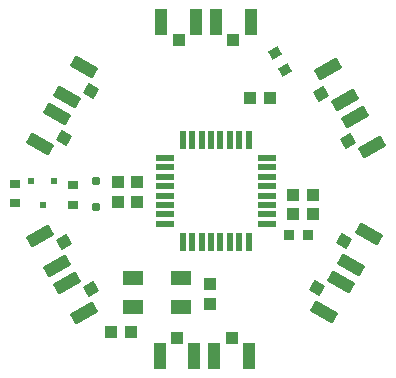
<source format=gtp>
G04*
G04 #@! TF.GenerationSoftware,Altium Limited,Altium Designer,21.9.1 (22)*
G04*
G04 Layer_Color=8421504*
%FSLAX44Y44*%
%MOMM*%
G71*
G04*
G04 #@! TF.SameCoordinates,043B7ADD-777D-4B4F-A2BF-0A1D89707C51*
G04*
G04*
G04 #@! TF.FilePolarity,Positive*
G04*
G01*
G75*
%ADD16R,1.5000X0.5500*%
%ADD17R,0.5500X1.5000*%
%ADD18R,1.1000X1.0000*%
%ADD19R,1.0500X2.2000*%
%ADD20R,1.0000X1.0500*%
G04:AMPARAMS|DCode=21|XSize=1.05mm|YSize=2.2mm|CornerRadius=0mm|HoleSize=0mm|Usage=FLASHONLY|Rotation=120.000|XOffset=0mm|YOffset=0mm|HoleType=Round|Shape=Rectangle|*
%AMROTATEDRECTD21*
4,1,4,1.2151,0.0953,-0.6901,-1.0047,-1.2151,-0.0953,0.6901,1.0047,1.2151,0.0953,0.0*
%
%ADD21ROTATEDRECTD21*%

G04:AMPARAMS|DCode=22|XSize=1mm|YSize=1.05mm|CornerRadius=0mm|HoleSize=0mm|Usage=FLASHONLY|Rotation=120.000|XOffset=0mm|YOffset=0mm|HoleType=Round|Shape=Rectangle|*
%AMROTATEDRECTD22*
4,1,4,0.7047,-0.1705,-0.2047,-0.6955,-0.7047,0.1705,0.2047,0.6955,0.7047,-0.1705,0.0*
%
%ADD22ROTATEDRECTD22*%

G04:AMPARAMS|DCode=23|XSize=1.05mm|YSize=2.2mm|CornerRadius=0mm|HoleSize=0mm|Usage=FLASHONLY|Rotation=240.000|XOffset=0mm|YOffset=0mm|HoleType=Round|Shape=Rectangle|*
%AMROTATEDRECTD23*
4,1,4,-0.6901,1.0047,1.2151,-0.0953,0.6901,-1.0047,-1.2151,0.0953,-0.6901,1.0047,0.0*
%
%ADD23ROTATEDRECTD23*%

G04:AMPARAMS|DCode=24|XSize=1mm|YSize=1.05mm|CornerRadius=0mm|HoleSize=0mm|Usage=FLASHONLY|Rotation=240.000|XOffset=0mm|YOffset=0mm|HoleType=Round|Shape=Rectangle|*
%AMROTATEDRECTD24*
4,1,4,-0.2047,0.6955,0.7047,0.1705,0.2047,-0.6955,-0.7047,-0.1705,-0.2047,0.6955,0.0*
%
%ADD24ROTATEDRECTD24*%

G04:AMPARAMS|DCode=25|XSize=0.79mm|YSize=0.93mm|CornerRadius=0mm|HoleSize=0mm|Usage=FLASHONLY|Rotation=300.000|XOffset=0mm|YOffset=0mm|HoleType=Round|Shape=Rectangle|*
%AMROTATEDRECTD25*
4,1,4,-0.6002,0.1096,0.2052,0.5746,0.6002,-0.1096,-0.2052,-0.5746,-0.6002,0.1096,0.0*
%
%ADD25ROTATEDRECTD25*%

%ADD26R,0.9000X0.9700*%
%ADD27R,1.0000X1.1000*%
%ADD28R,0.9300X0.7900*%
G04:AMPARAMS|DCode=29|XSize=0.6mm|YSize=0.6mm|CornerRadius=0.075mm|HoleSize=0mm|Usage=FLASHONLY|Rotation=270.000|XOffset=0mm|YOffset=0mm|HoleType=Round|Shape=RoundedRectangle|*
%AMROUNDEDRECTD29*
21,1,0.6000,0.4500,0,0,270.0*
21,1,0.4500,0.6000,0,0,270.0*
1,1,0.1500,-0.2250,-0.2250*
1,1,0.1500,-0.2250,0.2250*
1,1,0.1500,0.2250,0.2250*
1,1,0.1500,0.2250,-0.2250*
%
%ADD29ROUNDEDRECTD29*%
%ADD30R,0.6000X0.6000*%
%ADD31R,1.8000X1.2000*%
D16*
X719530Y666320D02*
D03*
Y658320D02*
D03*
Y650320D02*
D03*
Y642320D02*
D03*
Y634320D02*
D03*
Y626320D02*
D03*
Y618320D02*
D03*
Y610320D02*
D03*
X805530D02*
D03*
Y618320D02*
D03*
Y626320D02*
D03*
Y634320D02*
D03*
Y642320D02*
D03*
Y650320D02*
D03*
Y658320D02*
D03*
Y666320D02*
D03*
D17*
X734530Y595320D02*
D03*
X742530D02*
D03*
X750530D02*
D03*
X758530D02*
D03*
X766530D02*
D03*
X774530D02*
D03*
X782530D02*
D03*
X790530D02*
D03*
Y681320D02*
D03*
X782530D02*
D03*
X774530D02*
D03*
X766530D02*
D03*
X758530D02*
D03*
X750530D02*
D03*
X742530D02*
D03*
X734530D02*
D03*
D18*
X791700Y717220D02*
D03*
X808700D02*
D03*
X691120Y518500D02*
D03*
X674120D02*
D03*
X828230Y618380D02*
D03*
X845230D02*
D03*
X844520Y635100D02*
D03*
X827520D02*
D03*
D19*
X792190Y781050D02*
D03*
X762690D02*
D03*
X761180Y498510D02*
D03*
X790680D02*
D03*
X714970Y498430D02*
D03*
X744470D02*
D03*
X745920Y781100D02*
D03*
X716420D02*
D03*
D20*
X777440Y765800D02*
D03*
X775930Y513760D02*
D03*
X729720Y513680D02*
D03*
X731170Y765850D02*
D03*
D21*
X613390Y600248D02*
D03*
X628140Y574700D02*
D03*
X895205Y675306D02*
D03*
X880455Y700854D02*
D03*
X872240Y715500D02*
D03*
X857490Y741048D02*
D03*
X651360Y534642D02*
D03*
X636610Y560190D02*
D03*
D22*
X633972Y595099D02*
D03*
X874623Y680455D02*
D03*
X851658Y720649D02*
D03*
X657192Y555041D02*
D03*
D23*
X877295Y575776D02*
D03*
X892045Y601324D02*
D03*
X628090Y703080D02*
D03*
X613340Y677532D02*
D03*
X651250Y743088D02*
D03*
X636500Y717540D02*
D03*
X868940Y561480D02*
D03*
X854190Y535932D02*
D03*
D24*
X871463Y596175D02*
D03*
X633922Y682681D02*
D03*
X657082Y722689D02*
D03*
X848358Y556331D02*
D03*
D25*
X820930Y740939D02*
D03*
X812730Y755142D02*
D03*
D26*
X840410Y600570D02*
D03*
X824710D02*
D03*
D27*
X680080Y628440D02*
D03*
Y645440D02*
D03*
X696170Y628880D02*
D03*
Y645880D02*
D03*
X757610Y559660D02*
D03*
Y542660D02*
D03*
D28*
X641480Y626680D02*
D03*
Y643080D02*
D03*
X592510Y627780D02*
D03*
Y644180D02*
D03*
D29*
X661560Y624950D02*
D03*
Y646950D02*
D03*
D30*
X625490Y646310D02*
D03*
X606490D02*
D03*
X615990Y626310D02*
D03*
D31*
X692692Y540188D02*
D03*
X732692D02*
D03*
Y564188D02*
D03*
X692692D02*
D03*
M02*

</source>
